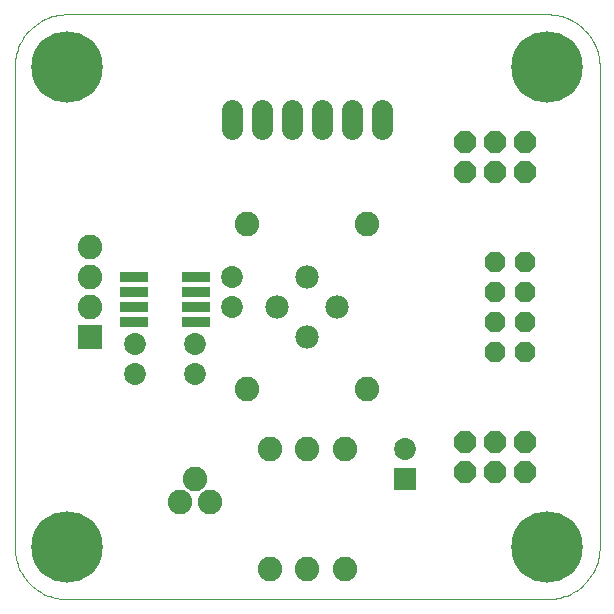
<source format=gbs>
G75*
G70*
%OFA0B0*%
%FSLAX24Y24*%
%IPPOS*%
%LPD*%
%AMOC8*
5,1,8,0,0,1.08239X$1,22.5*
%
%ADD10C,0.0000*%
%ADD11OC8,0.0680*%
%ADD12OC8,0.0720*%
%ADD13C,0.0820*%
%ADD14R,0.0950X0.0320*%
%ADD15C,0.0730*%
%ADD16R,0.0820X0.0820*%
%ADD17C,0.0780*%
%ADD18R,0.0730X0.0730*%
%ADD19C,0.2380*%
%ADD20C,0.0714*%
D10*
X001175Y002925D02*
X001175Y018925D01*
X001177Y019008D01*
X001183Y019091D01*
X001193Y019174D01*
X001207Y019256D01*
X001224Y019338D01*
X001246Y019418D01*
X001271Y019497D01*
X001300Y019575D01*
X001333Y019652D01*
X001370Y019727D01*
X001409Y019800D01*
X001453Y019871D01*
X001499Y019940D01*
X001549Y020007D01*
X001602Y020071D01*
X001658Y020133D01*
X001717Y020192D01*
X001779Y020248D01*
X001843Y020301D01*
X001910Y020351D01*
X001979Y020397D01*
X002050Y020441D01*
X002123Y020480D01*
X002198Y020517D01*
X002275Y020550D01*
X002353Y020579D01*
X002432Y020604D01*
X002512Y020626D01*
X002594Y020643D01*
X002676Y020657D01*
X002759Y020667D01*
X002842Y020673D01*
X002925Y020675D01*
X018925Y020675D01*
X019008Y020673D01*
X019091Y020667D01*
X019174Y020657D01*
X019256Y020643D01*
X019338Y020626D01*
X019418Y020604D01*
X019497Y020579D01*
X019575Y020550D01*
X019652Y020517D01*
X019727Y020480D01*
X019800Y020441D01*
X019871Y020397D01*
X019940Y020351D01*
X020007Y020301D01*
X020071Y020248D01*
X020133Y020192D01*
X020192Y020133D01*
X020248Y020071D01*
X020301Y020007D01*
X020351Y019940D01*
X020397Y019871D01*
X020441Y019800D01*
X020480Y019727D01*
X020517Y019652D01*
X020550Y019575D01*
X020579Y019497D01*
X020604Y019418D01*
X020626Y019338D01*
X020643Y019256D01*
X020657Y019174D01*
X020667Y019091D01*
X020673Y019008D01*
X020675Y018925D01*
X020675Y002925D01*
X020673Y002842D01*
X020667Y002759D01*
X020657Y002676D01*
X020643Y002594D01*
X020626Y002512D01*
X020604Y002432D01*
X020579Y002353D01*
X020550Y002275D01*
X020517Y002198D01*
X020480Y002123D01*
X020441Y002050D01*
X020397Y001979D01*
X020351Y001910D01*
X020301Y001843D01*
X020248Y001779D01*
X020192Y001717D01*
X020133Y001658D01*
X020071Y001602D01*
X020007Y001549D01*
X019940Y001499D01*
X019871Y001453D01*
X019800Y001409D01*
X019727Y001370D01*
X019652Y001333D01*
X019575Y001300D01*
X019497Y001271D01*
X019418Y001246D01*
X019338Y001224D01*
X019256Y001207D01*
X019174Y001193D01*
X019091Y001183D01*
X019008Y001177D01*
X018925Y001175D01*
X002925Y001175D01*
X002842Y001177D01*
X002759Y001183D01*
X002676Y001193D01*
X002594Y001207D01*
X002512Y001224D01*
X002432Y001246D01*
X002353Y001271D01*
X002275Y001300D01*
X002198Y001333D01*
X002123Y001370D01*
X002050Y001409D01*
X001979Y001453D01*
X001910Y001499D01*
X001843Y001549D01*
X001779Y001602D01*
X001717Y001658D01*
X001658Y001717D01*
X001602Y001779D01*
X001549Y001843D01*
X001499Y001910D01*
X001453Y001979D01*
X001409Y002050D01*
X001370Y002123D01*
X001333Y002198D01*
X001300Y002275D01*
X001271Y002353D01*
X001246Y002432D01*
X001224Y002512D01*
X001207Y002594D01*
X001193Y002676D01*
X001183Y002759D01*
X001177Y002842D01*
X001175Y002925D01*
D11*
X017175Y009425D03*
X017175Y010425D03*
X017175Y011425D03*
X017175Y012425D03*
X018175Y012425D03*
X018175Y011425D03*
X018175Y010425D03*
X018175Y009425D03*
D12*
X018175Y006425D03*
X018175Y005425D03*
X017175Y005425D03*
X016175Y005425D03*
X016175Y006425D03*
X017175Y006425D03*
X017175Y015425D03*
X016175Y015425D03*
X016175Y016425D03*
X017175Y016425D03*
X018175Y016425D03*
X018175Y015425D03*
D13*
X012925Y013675D03*
X008925Y013675D03*
X003675Y012925D03*
X003675Y011925D03*
X003675Y010925D03*
X008925Y008175D03*
X009675Y006175D03*
X010925Y006175D03*
X012175Y006175D03*
X012925Y008175D03*
X007675Y004425D03*
X007175Y005175D03*
X006675Y004425D03*
X009675Y002175D03*
X010925Y002175D03*
X012175Y002175D03*
D14*
X007205Y010425D03*
X007205Y010925D03*
X007205Y011425D03*
X007205Y011925D03*
X005145Y011925D03*
X005145Y011425D03*
X005145Y010925D03*
X005145Y010425D03*
D15*
X005175Y009675D03*
X005175Y008675D03*
X007175Y008675D03*
X007175Y009675D03*
X008425Y010925D03*
X008425Y011925D03*
X014175Y006175D03*
D16*
X003675Y009925D03*
D17*
X009925Y010925D03*
X010925Y009925D03*
X011925Y010925D03*
X010925Y011925D03*
D18*
X014175Y005175D03*
D19*
X018925Y002925D03*
X018925Y018925D03*
X002925Y018925D03*
X002925Y002925D03*
D20*
X008425Y016858D02*
X008425Y017492D01*
X009425Y017492D02*
X009425Y016858D01*
X010425Y016858D02*
X010425Y017492D01*
X011425Y017492D02*
X011425Y016858D01*
X012425Y016858D02*
X012425Y017492D01*
X013425Y017492D02*
X013425Y016858D01*
M02*

</source>
